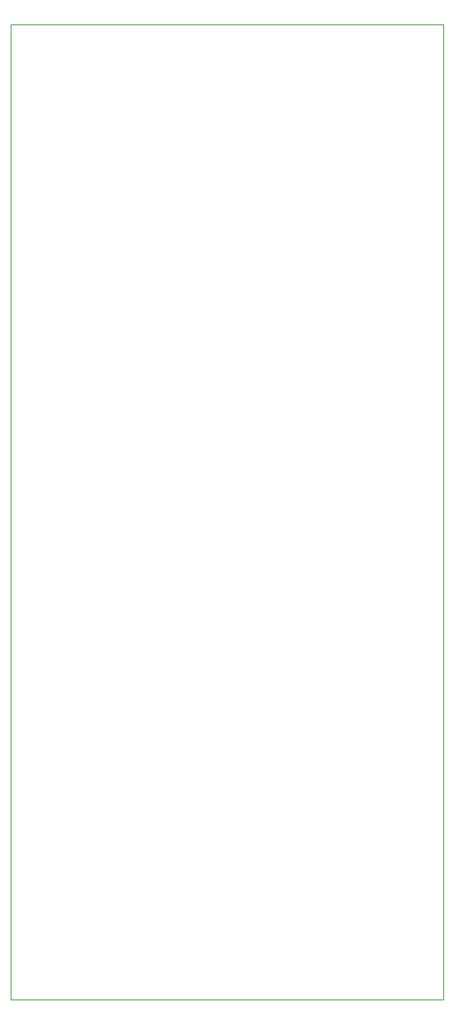
<source format=gbr>
%TF.GenerationSoftware,KiCad,Pcbnew,9.0.7*%
%TF.CreationDate,2026-01-03T22:14:51-05:00*%
%TF.ProjectId,lichen-crustose-control-board,6c696368-656e-42d6-9372-7573746f7365,1.0*%
%TF.SameCoordinates,Original*%
%TF.FileFunction,Profile,NP*%
%FSLAX46Y46*%
G04 Gerber Fmt 4.6, Leading zero omitted, Abs format (unit mm)*
G04 Created by KiCad (PCBNEW 9.0.7) date 2026-01-03 22:14:51*
%MOMM*%
%LPD*%
G01*
G04 APERTURE LIST*
%TA.AperFunction,Profile*%
%ADD10C,0.050000*%
%TD*%
G04 APERTURE END LIST*
D10*
X101270000Y-110250000D02*
X149230000Y-110250000D01*
X149230000Y-218250000D01*
X101270000Y-218250000D01*
X101270000Y-110250000D01*
M02*

</source>
